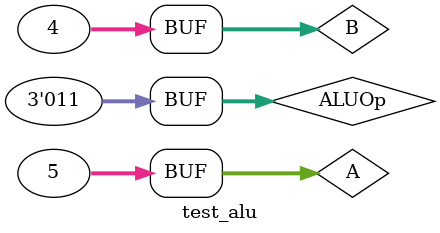
<source format=v>
module test_alu;
  reg [31:0] A;
  reg [31:0] B;
  reg [2:0] ALUOp;
  wire zero;
  wire [31:0] alu_res;
  wire overflow;
  
  alu alu_1( A, B, ALUOp, zero, alu_res, overflow);
  
  initial
    begin
      A = 32'hffff_ffff;
      B = 32'h0000_0001;
      ALUOp = 3'b001;
      
      # 40
      ALUOp = 3'b000;
      
      # 40
      A = 32'h0000_0003;
      B = 32'hffff_1114;
      ALUOp = 3'b000;
      
      # 40
      A = 32'h0000_0003;
      B = 32'h0000_0004;
      ALUOp = 3'b000;
      
      
      # 40
      ALUOp = 3'b011;
      
      # 40
      A = 32'h0000_0005;
      
      
    end
  /*  
  always
    begin
    # 20
    B = B + 32'h0000_0001;
    A = A + 32'h0000_0011;
    end
  */
endmodule


</source>
